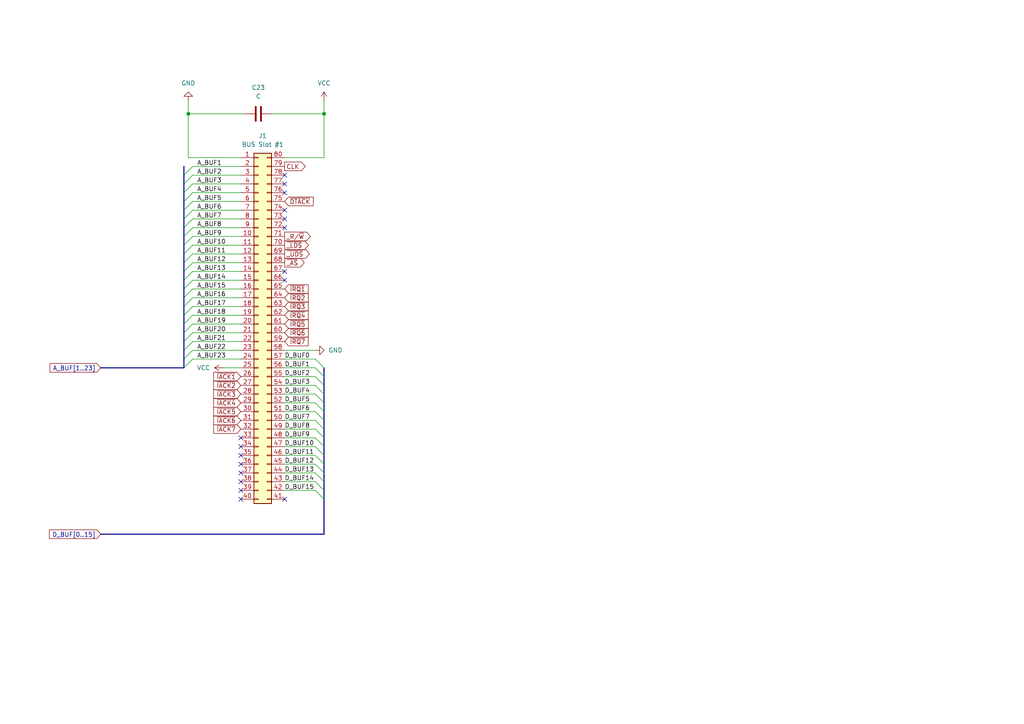
<source format=kicad_sch>
(kicad_sch (version 20230121) (generator eeschema)

  (uuid e216c17e-c95b-4a46-9a68-f2b9383afd06)

  (paper "A4")

  (lib_symbols
    (symbol "Connector_Generic:Conn_02x40_Counter_Clockwise" (pin_names (offset 1.016) hide) (in_bom yes) (on_board yes)
      (property "Reference" "J" (at 1.27 50.8 0)
        (effects (font (size 1.27 1.27)))
      )
      (property "Value" "Conn_02x40_Counter_Clockwise" (at 1.27 -53.34 0)
        (effects (font (size 1.27 1.27)))
      )
      (property "Footprint" "" (at 0 0 0)
        (effects (font (size 1.27 1.27)) hide)
      )
      (property "Datasheet" "~" (at 0 0 0)
        (effects (font (size 1.27 1.27)) hide)
      )
      (property "ki_keywords" "connector" (at 0 0 0)
        (effects (font (size 1.27 1.27)) hide)
      )
      (property "ki_description" "Generic connector, double row, 02x40, counter clockwise pin numbering scheme (similar to DIP package numbering), script generated (kicad-library-utils/schlib/autogen/connector/)" (at 0 0 0)
        (effects (font (size 1.27 1.27)) hide)
      )
      (property "ki_fp_filters" "Connector*:*_2x??_*" (at 0 0 0)
        (effects (font (size 1.27 1.27)) hide)
      )
      (symbol "Conn_02x40_Counter_Clockwise_1_1"
        (rectangle (start -1.27 -50.673) (end 0 -50.927)
          (stroke (width 0.1524) (type default))
          (fill (type none))
        )
        (rectangle (start -1.27 -48.133) (end 0 -48.387)
          (stroke (width 0.1524) (type default))
          (fill (type none))
        )
        (rectangle (start -1.27 -45.593) (end 0 -45.847)
          (stroke (width 0.1524) (type default))
          (fill (type none))
        )
        (rectangle (start -1.27 -43.053) (end 0 -43.307)
          (stroke (width 0.1524) (type default))
          (fill (type none))
        )
        (rectangle (start -1.27 -40.513) (end 0 -40.767)
          (stroke (width 0.1524) (type default))
          (fill (type none))
        )
        (rectangle (start -1.27 -37.973) (end 0 -38.227)
          (stroke (width 0.1524) (type default))
          (fill (type none))
        )
        (rectangle (start -1.27 -35.433) (end 0 -35.687)
          (stroke (width 0.1524) (type default))
          (fill (type none))
        )
        (rectangle (start -1.27 -32.893) (end 0 -33.147)
          (stroke (width 0.1524) (type default))
          (fill (type none))
        )
        (rectangle (start -1.27 -30.353) (end 0 -30.607)
          (stroke (width 0.1524) (type default))
          (fill (type none))
        )
        (rectangle (start -1.27 -27.813) (end 0 -28.067)
          (stroke (width 0.1524) (type default))
          (fill (type none))
        )
        (rectangle (start -1.27 -25.273) (end 0 -25.527)
          (stroke (width 0.1524) (type default))
          (fill (type none))
        )
        (rectangle (start -1.27 -22.733) (end 0 -22.987)
          (stroke (width 0.1524) (type default))
          (fill (type none))
        )
        (rectangle (start -1.27 -20.193) (end 0 -20.447)
          (stroke (width 0.1524) (type default))
          (fill (type none))
        )
        (rectangle (start -1.27 -17.653) (end 0 -17.907)
          (stroke (width 0.1524) (type default))
          (fill (type none))
        )
        (rectangle (start -1.27 -15.113) (end 0 -15.367)
          (stroke (width 0.1524) (type default))
          (fill (type none))
        )
        (rectangle (start -1.27 -12.573) (end 0 -12.827)
          (stroke (width 0.1524) (type default))
          (fill (type none))
        )
        (rectangle (start -1.27 -10.033) (end 0 -10.287)
          (stroke (width 0.1524) (type default))
          (fill (type none))
        )
        (rectangle (start -1.27 -7.493) (end 0 -7.747)
          (stroke (width 0.1524) (type default))
          (fill (type none))
        )
        (rectangle (start -1.27 -4.953) (end 0 -5.207)
          (stroke (width 0.1524) (type default))
          (fill (type none))
        )
        (rectangle (start -1.27 -2.413) (end 0 -2.667)
          (stroke (width 0.1524) (type default))
          (fill (type none))
        )
        (rectangle (start -1.27 0.127) (end 0 -0.127)
          (stroke (width 0.1524) (type default))
          (fill (type none))
        )
        (rectangle (start -1.27 2.667) (end 0 2.413)
          (stroke (width 0.1524) (type default))
          (fill (type none))
        )
        (rectangle (start -1.27 5.207) (end 0 4.953)
          (stroke (width 0.1524) (type default))
          (fill (type none))
        )
        (rectangle (start -1.27 7.747) (end 0 7.493)
          (stroke (width 0.1524) (type default))
          (fill (type none))
        )
        (rectangle (start -1.27 10.287) (end 0 10.033)
          (stroke (width 0.1524) (type default))
          (fill (type none))
        )
        (rectangle (start -1.27 12.827) (end 0 12.573)
          (stroke (width 0.1524) (type default))
          (fill (type none))
        )
        (rectangle (start -1.27 15.367) (end 0 15.113)
          (stroke (width 0.1524) (type default))
          (fill (type none))
        )
        (rectangle (start -1.27 17.907) (end 0 17.653)
          (stroke (width 0.1524) (type default))
          (fill (type none))
        )
        (rectangle (start -1.27 20.447) (end 0 20.193)
          (stroke (width 0.1524) (type default))
          (fill (type none))
        )
        (rectangle (start -1.27 22.987) (end 0 22.733)
          (stroke (width 0.1524) (type default))
          (fill (type none))
        )
        (rectangle (start -1.27 25.527) (end 0 25.273)
          (stroke (width 0.1524) (type default))
          (fill (type none))
        )
        (rectangle (start -1.27 28.067) (end 0 27.813)
          (stroke (width 0.1524) (type default))
          (fill (type none))
        )
        (rectangle (start -1.27 30.607) (end 0 30.353)
          (stroke (width 0.1524) (type default))
          (fill (type none))
        )
        (rectangle (start -1.27 33.147) (end 0 32.893)
          (stroke (width 0.1524) (type default))
          (fill (type none))
        )
        (rectangle (start -1.27 35.687) (end 0 35.433)
          (stroke (width 0.1524) (type default))
          (fill (type none))
        )
        (rectangle (start -1.27 38.227) (end 0 37.973)
          (stroke (width 0.1524) (type default))
          (fill (type none))
        )
        (rectangle (start -1.27 40.767) (end 0 40.513)
          (stroke (width 0.1524) (type default))
          (fill (type none))
        )
        (rectangle (start -1.27 43.307) (end 0 43.053)
          (stroke (width 0.1524) (type default))
          (fill (type none))
        )
        (rectangle (start -1.27 45.847) (end 0 45.593)
          (stroke (width 0.1524) (type default))
          (fill (type none))
        )
        (rectangle (start -1.27 48.387) (end 0 48.133)
          (stroke (width 0.1524) (type default))
          (fill (type none))
        )
        (rectangle (start -1.27 49.53) (end 3.81 -52.07)
          (stroke (width 0.254) (type default))
          (fill (type background))
        )
        (rectangle (start 3.81 -50.673) (end 2.54 -50.927)
          (stroke (width 0.1524) (type default))
          (fill (type none))
        )
        (rectangle (start 3.81 -48.133) (end 2.54 -48.387)
          (stroke (width 0.1524) (type default))
          (fill (type none))
        )
        (rectangle (start 3.81 -45.593) (end 2.54 -45.847)
          (stroke (width 0.1524) (type default))
          (fill (type none))
        )
        (rectangle (start 3.81 -43.053) (end 2.54 -43.307)
          (stroke (width 0.1524) (type default))
          (fill (type none))
        )
        (rectangle (start 3.81 -40.513) (end 2.54 -40.767)
          (stroke (width 0.1524) (type default))
          (fill (type none))
        )
        (rectangle (start 3.81 -37.973) (end 2.54 -38.227)
          (stroke (width 0.1524) (type default))
          (fill (type none))
        )
        (rectangle (start 3.81 -35.433) (end 2.54 -35.687)
          (stroke (width 0.1524) (type default))
          (fill (type none))
        )
        (rectangle (start 3.81 -32.893) (end 2.54 -33.147)
          (stroke (width 0.1524) (type default))
          (fill (type none))
        )
        (rectangle (start 3.81 -30.353) (end 2.54 -30.607)
          (stroke (width 0.1524) (type default))
          (fill (type none))
        )
        (rectangle (start 3.81 -27.813) (end 2.54 -28.067)
          (stroke (width 0.1524) (type default))
          (fill (type none))
        )
        (rectangle (start 3.81 -25.273) (end 2.54 -25.527)
          (stroke (width 0.1524) (type default))
          (fill (type none))
        )
        (rectangle (start 3.81 -22.733) (end 2.54 -22.987)
          (stroke (width 0.1524) (type default))
          (fill (type none))
        )
        (rectangle (start 3.81 -20.193) (end 2.54 -20.447)
          (stroke (width 0.1524) (type default))
          (fill (type none))
        )
        (rectangle (start 3.81 -17.653) (end 2.54 -17.907)
          (stroke (width 0.1524) (type default))
          (fill (type none))
        )
        (rectangle (start 3.81 -15.113) (end 2.54 -15.367)
          (stroke (width 0.1524) (type default))
          (fill (type none))
        )
        (rectangle (start 3.81 -12.573) (end 2.54 -12.827)
          (stroke (width 0.1524) (type default))
          (fill (type none))
        )
        (rectangle (start 3.81 -10.033) (end 2.54 -10.287)
          (stroke (width 0.1524) (type default))
          (fill (type none))
        )
        (rectangle (start 3.81 -7.493) (end 2.54 -7.747)
          (stroke (width 0.1524) (type default))
          (fill (type none))
        )
        (rectangle (start 3.81 -4.953) (end 2.54 -5.207)
          (stroke (width 0.1524) (type default))
          (fill (type none))
        )
        (rectangle (start 3.81 -2.413) (end 2.54 -2.667)
          (stroke (width 0.1524) (type default))
          (fill (type none))
        )
        (rectangle (start 3.81 0.127) (end 2.54 -0.127)
          (stroke (width 0.1524) (type default))
          (fill (type none))
        )
        (rectangle (start 3.81 2.667) (end 2.54 2.413)
          (stroke (width 0.1524) (type default))
          (fill (type none))
        )
        (rectangle (start 3.81 5.207) (end 2.54 4.953)
          (stroke (width 0.1524) (type default))
          (fill (type none))
        )
        (rectangle (start 3.81 7.747) (end 2.54 7.493)
          (stroke (width 0.1524) (type default))
          (fill (type none))
        )
        (rectangle (start 3.81 10.287) (end 2.54 10.033)
          (stroke (width 0.1524) (type default))
          (fill (type none))
        )
        (rectangle (start 3.81 12.827) (end 2.54 12.573)
          (stroke (width 0.1524) (type default))
          (fill (type none))
        )
        (rectangle (start 3.81 15.367) (end 2.54 15.113)
          (stroke (width 0.1524) (type default))
          (fill (type none))
        )
        (rectangle (start 3.81 17.907) (end 2.54 17.653)
          (stroke (width 0.1524) (type default))
          (fill (type none))
        )
        (rectangle (start 3.81 20.447) (end 2.54 20.193)
          (stroke (width 0.1524) (type default))
          (fill (type none))
        )
        (rectangle (start 3.81 22.987) (end 2.54 22.733)
          (stroke (width 0.1524) (type default))
          (fill (type none))
        )
        (rectangle (start 3.81 25.527) (end 2.54 25.273)
          (stroke (width 0.1524) (type default))
          (fill (type none))
        )
        (rectangle (start 3.81 28.067) (end 2.54 27.813)
          (stroke (width 0.1524) (type default))
          (fill (type none))
        )
        (rectangle (start 3.81 30.607) (end 2.54 30.353)
          (stroke (width 0.1524) (type default))
          (fill (type none))
        )
        (rectangle (start 3.81 33.147) (end 2.54 32.893)
          (stroke (width 0.1524) (type default))
          (fill (type none))
        )
        (rectangle (start 3.81 35.687) (end 2.54 35.433)
          (stroke (width 0.1524) (type default))
          (fill (type none))
        )
        (rectangle (start 3.81 38.227) (end 2.54 37.973)
          (stroke (width 0.1524) (type default))
          (fill (type none))
        )
        (rectangle (start 3.81 40.767) (end 2.54 40.513)
          (stroke (width 0.1524) (type default))
          (fill (type none))
        )
        (rectangle (start 3.81 43.307) (end 2.54 43.053)
          (stroke (width 0.1524) (type default))
          (fill (type none))
        )
        (rectangle (start 3.81 45.847) (end 2.54 45.593)
          (stroke (width 0.1524) (type default))
          (fill (type none))
        )
        (rectangle (start 3.81 48.387) (end 2.54 48.133)
          (stroke (width 0.1524) (type default))
          (fill (type none))
        )
        (pin passive line (at -5.08 48.26 0) (length 3.81)
          (name "Pin_1" (effects (font (size 1.27 1.27))))
          (number "1" (effects (font (size 1.27 1.27))))
        )
        (pin passive line (at -5.08 25.4 0) (length 3.81)
          (name "Pin_10" (effects (font (size 1.27 1.27))))
          (number "10" (effects (font (size 1.27 1.27))))
        )
        (pin passive line (at -5.08 22.86 0) (length 3.81)
          (name "Pin_11" (effects (font (size 1.27 1.27))))
          (number "11" (effects (font (size 1.27 1.27))))
        )
        (pin passive line (at -5.08 20.32 0) (length 3.81)
          (name "Pin_12" (effects (font (size 1.27 1.27))))
          (number "12" (effects (font (size 1.27 1.27))))
        )
        (pin passive line (at -5.08 17.78 0) (length 3.81)
          (name "Pin_13" (effects (font (size 1.27 1.27))))
          (number "13" (effects (font (size 1.27 1.27))))
        )
        (pin passive line (at -5.08 15.24 0) (length 3.81)
          (name "Pin_14" (effects (font (size 1.27 1.27))))
          (number "14" (effects (font (size 1.27 1.27))))
        )
        (pin passive line (at -5.08 12.7 0) (length 3.81)
          (name "Pin_15" (effects (font (size 1.27 1.27))))
          (number "15" (effects (font (size 1.27 1.27))))
        )
        (pin passive line (at -5.08 10.16 0) (length 3.81)
          (name "Pin_16" (effects (font (size 1.27 1.27))))
          (number "16" (effects (font (size 1.27 1.27))))
        )
        (pin passive line (at -5.08 7.62 0) (length 3.81)
          (name "Pin_17" (effects (font (size 1.27 1.27))))
          (number "17" (effects (font (size 1.27 1.27))))
        )
        (pin passive line (at -5.08 5.08 0) (length 3.81)
          (name "Pin_18" (effects (font (size 1.27 1.27))))
          (number "18" (effects (font (size 1.27 1.27))))
        )
        (pin passive line (at -5.08 2.54 0) (length 3.81)
          (name "Pin_19" (effects (font (size 1.27 1.27))))
          (number "19" (effects (font (size 1.27 1.27))))
        )
        (pin passive line (at -5.08 45.72 0) (length 3.81)
          (name "Pin_2" (effects (font (size 1.27 1.27))))
          (number "2" (effects (font (size 1.27 1.27))))
        )
        (pin passive line (at -5.08 0 0) (length 3.81)
          (name "Pin_20" (effects (font (size 1.27 1.27))))
          (number "20" (effects (font (size 1.27 1.27))))
        )
        (pin passive line (at -5.08 -2.54 0) (length 3.81)
          (name "Pin_21" (effects (font (size 1.27 1.27))))
          (number "21" (effects (font (size 1.27 1.27))))
        )
        (pin passive line (at -5.08 -5.08 0) (length 3.81)
          (name "Pin_22" (effects (font (size 1.27 1.27))))
          (number "22" (effects (font (size 1.27 1.27))))
        )
        (pin passive line (at -5.08 -7.62 0) (length 3.81)
          (name "Pin_23" (effects (font (size 1.27 1.27))))
          (number "23" (effects (font (size 1.27 1.27))))
        )
        (pin passive line (at -5.08 -10.16 0) (length 3.81)
          (name "Pin_24" (effects (font (size 1.27 1.27))))
          (number "24" (effects (font (size 1.27 1.27))))
        )
        (pin passive line (at -5.08 -12.7 0) (length 3.81)
          (name "Pin_25" (effects (font (size 1.27 1.27))))
          (number "25" (effects (font (size 1.27 1.27))))
        )
        (pin passive line (at -5.08 -15.24 0) (length 3.81)
          (name "Pin_26" (effects (font (size 1.27 1.27))))
          (number "26" (effects (font (size 1.27 1.27))))
        )
        (pin passive line (at -5.08 -17.78 0) (length 3.81)
          (name "Pin_27" (effects (font (size 1.27 1.27))))
          (number "27" (effects (font (size 1.27 1.27))))
        )
        (pin passive line (at -5.08 -20.32 0) (length 3.81)
          (name "Pin_28" (effects (font (size 1.27 1.27))))
          (number "28" (effects (font (size 1.27 1.27))))
        )
        (pin passive line (at -5.08 -22.86 0) (length 3.81)
          (name "Pin_29" (effects (font (size 1.27 1.27))))
          (number "29" (effects (font (size 1.27 1.27))))
        )
        (pin passive line (at -5.08 43.18 0) (length 3.81)
          (name "Pin_3" (effects (font (size 1.27 1.27))))
          (number "3" (effects (font (size 1.27 1.27))))
        )
        (pin passive line (at -5.08 -25.4 0) (length 3.81)
          (name "Pin_30" (effects (font (size 1.27 1.27))))
          (number "30" (effects (font (size 1.27 1.27))))
        )
        (pin passive line (at -5.08 -27.94 0) (length 3.81)
          (name "Pin_31" (effects (font (size 1.27 1.27))))
          (number "31" (effects (font (size 1.27 1.27))))
        )
        (pin passive line (at -5.08 -30.48 0) (length 3.81)
          (name "Pin_32" (effects (font (size 1.27 1.27))))
          (number "32" (effects (font (size 1.27 1.27))))
        )
        (pin passive line (at -5.08 -33.02 0) (length 3.81)
          (name "Pin_33" (effects (font (size 1.27 1.27))))
          (number "33" (effects (font (size 1.27 1.27))))
        )
        (pin passive line (at -5.08 -35.56 0) (length 3.81)
          (name "Pin_34" (effects (font (size 1.27 1.27))))
          (number "34" (effects (font (size 1.27 1.27))))
        )
        (pin passive line (at -5.08 -38.1 0) (length 3.81)
          (name "Pin_35" (effects (font (size 1.27 1.27))))
          (number "35" (effects (font (size 1.27 1.27))))
        )
        (pin passive line (at -5.08 -40.64 0) (length 3.81)
          (name "Pin_36" (effects (font (size 1.27 1.27))))
          (number "36" (effects (font (size 1.27 1.27))))
        )
        (pin passive line (at -5.08 -43.18 0) (length 3.81)
          (name "Pin_37" (effects (font (size 1.27 1.27))))
          (number "37" (effects (font (size 1.27 1.27))))
        )
        (pin passive line (at -5.08 -45.72 0) (length 3.81)
          (name "Pin_38" (effects (font (size 1.27 1.27))))
          (number "38" (effects (font (size 1.27 1.27))))
        )
        (pin passive line (at -5.08 -48.26 0) (length 3.81)
          (name "Pin_39" (effects (font (size 1.27 1.27))))
          (number "39" (effects (font (size 1.27 1.27))))
        )
        (pin passive line (at -5.08 40.64 0) (length 3.81)
          (name "Pin_4" (effects (font (size 1.27 1.27))))
          (number "4" (effects (font (size 1.27 1.27))))
        )
        (pin passive line (at -5.08 -50.8 0) (length 3.81)
          (name "Pin_40" (effects (font (size 1.27 1.27))))
          (number "40" (effects (font (size 1.27 1.27))))
        )
        (pin passive line (at 7.62 -50.8 180) (length 3.81)
          (name "Pin_41" (effects (font (size 1.27 1.27))))
          (number "41" (effects (font (size 1.27 1.27))))
        )
        (pin passive line (at 7.62 -48.26 180) (length 3.81)
          (name "Pin_42" (effects (font (size 1.27 1.27))))
          (number "42" (effects (font (size 1.27 1.27))))
        )
        (pin passive line (at 7.62 -45.72 180) (length 3.81)
          (name "Pin_43" (effects (font (size 1.27 1.27))))
          (number "43" (effects (font (size 1.27 1.27))))
        )
        (pin passive line (at 7.62 -43.18 180) (length 3.81)
          (name "Pin_44" (effects (font (size 1.27 1.27))))
          (number "44" (effects (font (size 1.27 1.27))))
        )
        (pin passive line (at 7.62 -40.64 180) (length 3.81)
          (name "Pin_45" (effects (font (size 1.27 1.27))))
          (number "45" (effects (font (size 1.27 1.27))))
        )
        (pin passive line (at 7.62 -38.1 180) (length 3.81)
          (name "Pin_46" (effects (font (size 1.27 1.27))))
          (number "46" (effects (font (size 1.27 1.27))))
        )
        (pin passive line (at 7.62 -35.56 180) (length 3.81)
          (name "Pin_47" (effects (font (size 1.27 1.27))))
          (number "47" (effects (font (size 1.27 1.27))))
        )
        (pin passive line (at 7.62 -33.02 180) (length 3.81)
          (name "Pin_48" (effects (font (size 1.27 1.27))))
          (number "48" (effects (font (size 1.27 1.27))))
        )
        (pin passive line (at 7.62 -30.48 180) (length 3.81)
          (name "Pin_49" (effects (font (size 1.27 1.27))))
          (number "49" (effects (font (size 1.27 1.27))))
        )
        (pin passive line (at -5.08 38.1 0) (length 3.81)
          (name "Pin_5" (effects (font (size 1.27 1.27))))
          (number "5" (effects (font (size 1.27 1.27))))
        )
        (pin passive line (at 7.62 -27.94 180) (length 3.81)
          (name "Pin_50" (effects (font (size 1.27 1.27))))
          (number "50" (effects (font (size 1.27 1.27))))
        )
        (pin passive line (at 7.62 -25.4 180) (length 3.81)
          (name "Pin_51" (effects (font (size 1.27 1.27))))
          (number "51" (effects (font (size 1.27 1.27))))
        )
        (pin passive line (at 7.62 -22.86 180) (length 3.81)
          (name "Pin_52" (effects (font (size 1.27 1.27))))
          (number "52" (effects (font (size 1.27 1.27))))
        )
        (pin passive line (at 7.62 -20.32 180) (length 3.81)
          (name "Pin_53" (effects (font (size 1.27 1.27))))
          (number "53" (effects (font (size 1.27 1.27))))
        )
        (pin passive line (at 7.62 -17.78 180) (length 3.81)
          (name "Pin_54" (effects (font (size 1.27 1.27))))
          (number "54" (effects (font (size 1.27 1.27))))
        )
        (pin passive line (at 7.62 -15.24 180) (length 3.81)
          (name "Pin_55" (effects (font (size 1.27 1.27))))
          (number "55" (effects (font (size 1.27 1.27))))
        )
        (pin passive line (at 7.62 -12.7 180) (length 3.81)
          (name "Pin_56" (effects (font (size 1.27 1.27))))
          (number "56" (effects (font (size 1.27 1.27))))
        )
        (pin passive line (at 7.62 -10.16 180) (length 3.81)
          (name "Pin_57" (effects (font (size 1.27 1.27))))
          (number "57" (effects (font (size 1.27 1.27))))
        )
        (pin passive line (at 7.62 -7.62 180) (length 3.81)
          (name "Pin_58" (effects (font (size 1.27 1.27))))
          (number "58" (effects (font (size 1.27 1.27))))
        )
        (pin passive line (at 7.62 -5.08 180) (length 3.81)
          (name "Pin_59" (effects (font (size 1.27 1.27))))
          (number "59" (effects (font (size 1.27 1.27))))
        )
        (pin passive line (at -5.08 35.56 0) (length 3.81)
          (name "Pin_6" (effects (font (size 1.27 1.27))))
          (number "6" (effects (font (size 1.27 1.27))))
        )
        (pin passive line (at 7.62 -2.54 180) (length 3.81)
          (name "Pin_60" (effects (font (size 1.27 1.27))))
          (number "60" (effects (font (size 1.27 1.27))))
        )
        (pin passive line (at 7.62 0 180) (length 3.81)
          (name "Pin_61" (effects (font (size 1.27 1.27))))
          (number "61" (effects (font (size 1.27 1.27))))
        )
        (pin passive line (at 7.62 2.54 180) (length 3.81)
          (name "Pin_62" (effects (font (size 1.27 1.27))))
          (number "62" (effects (font (size 1.27 1.27))))
        )
        (pin passive line (at 7.62 5.08 180) (length 3.81)
          (name "Pin_63" (effects (font (size 1.27 1.27))))
          (number "63" (effects (font (size 1.27 1.27))))
        )
        (pin passive line (at 7.62 7.62 180) (length 3.81)
          (name "Pin_64" (effects (font (size 1.27 1.27))))
          (number "64" (effects (font (size 1.27 1.27))))
        )
        (pin passive line (at 7.62 10.16 180) (length 3.81)
          (name "Pin_65" (effects (font (size 1.27 1.27))))
          (number "65" (effects (font (size 1.27 1.27))))
        )
        (pin passive line (at 7.62 12.7 180) (length 3.81)
          (name "Pin_66" (effects (font (size 1.27 1.27))))
          (number "66" (effects (font (size 1.27 1.27))))
        )
        (pin passive line (at 7.62 15.24 180) (length 3.81)
          (name "Pin_67" (effects (font (size 1.27 1.27))))
          (number "67" (effects (font (size 1.27 1.27))))
        )
        (pin passive line (at 7.62 17.78 180) (length 3.81)
          (name "Pin_68" (effects (font (size 1.27 1.27))))
          (number "68" (effects (font (size 1.27 1.27))))
        )
        (pin passive line (at 7.62 20.32 180) (length 3.81)
          (name "Pin_69" (effects (font (size 1.27 1.27))))
          (number "69" (effects (font (size 1.27 1.27))))
        )
        (pin passive line (at -5.08 33.02 0) (length 3.81)
          (name "Pin_7" (effects (font (size 1.27 1.27))))
          (number "7" (effects (font (size 1.27 1.27))))
        )
        (pin passive line (at 7.62 22.86 180) (length 3.81)
          (name "Pin_70" (effects (font (size 1.27 1.27))))
          (number "70" (effects (font (size 1.27 1.27))))
        )
        (pin passive line (at 7.62 25.4 180) (length 3.81)
          (name "Pin_71" (effects (font (size 1.27 1.27))))
          (number "71" (effects (font (size 1.27 1.27))))
        )
        (pin passive line (at 7.62 27.94 180) (length 3.81)
          (name "Pin_72" (effects (font (size 1.27 1.27))))
          (number "72" (effects (font (size 1.27 1.27))))
        )
        (pin passive line (at 7.62 30.48 180) (length 3.81)
          (name "Pin_73" (effects (font (size 1.27 1.27))))
          (number "73" (effects (font (size 1.27 1.27))))
        )
        (pin passive line (at 7.62 33.02 180) (length 3.81)
          (name "Pin_74" (effects (font (size 1.27 1.27))))
          (number "74" (effects (font (size 1.27 1.27))))
        )
        (pin passive line (at 7.62 35.56 180) (length 3.81)
          (name "Pin_75" (effects (font (size 1.27 1.27))))
          (number "75" (effects (font (size 1.27 1.27))))
        )
        (pin passive line (at 7.62 38.1 180) (length 3.81)
          (name "Pin_76" (effects (font (size 1.27 1.27))))
          (number "76" (effects (font (size 1.27 1.27))))
        )
        (pin passive line (at 7.62 40.64 180) (length 3.81)
          (name "Pin_77" (effects (font (size 1.27 1.27))))
          (number "77" (effects (font (size 1.27 1.27))))
        )
        (pin passive line (at 7.62 43.18 180) (length 3.81)
          (name "Pin_78" (effects (font (size 1.27 1.27))))
          (number "78" (effects (font (size 1.27 1.27))))
        )
        (pin passive line (at 7.62 45.72 180) (length 3.81)
          (name "Pin_79" (effects (font (size 1.27 1.27))))
          (number "79" (effects (font (size 1.27 1.27))))
        )
        (pin passive line (at -5.08 30.48 0) (length 3.81)
          (name "Pin_8" (effects (font (size 1.27 1.27))))
          (number "8" (effects (font (size 1.27 1.27))))
        )
        (pin passive line (at 7.62 48.26 180) (length 3.81)
          (name "Pin_80" (effects (font (size 1.27 1.27))))
          (number "80" (effects (font (size 1.27 1.27))))
        )
        (pin passive line (at -5.08 27.94 0) (length 3.81)
          (name "Pin_9" (effects (font (size 1.27 1.27))))
          (number "9" (effects (font (size 1.27 1.27))))
        )
      )
    )
    (symbol "Device:C" (pin_numbers hide) (pin_names (offset 0.254)) (in_bom yes) (on_board yes)
      (property "Reference" "C" (at 0.635 2.54 0)
        (effects (font (size 1.27 1.27)) (justify left))
      )
      (property "Value" "C" (at 0.635 -2.54 0)
        (effects (font (size 1.27 1.27)) (justify left))
      )
      (property "Footprint" "" (at 0.9652 -3.81 0)
        (effects (font (size 1.27 1.27)) hide)
      )
      (property "Datasheet" "~" (at 0 0 0)
        (effects (font (size 1.27 1.27)) hide)
      )
      (property "ki_keywords" "cap capacitor" (at 0 0 0)
        (effects (font (size 1.27 1.27)) hide)
      )
      (property "ki_description" "Unpolarized capacitor" (at 0 0 0)
        (effects (font (size 1.27 1.27)) hide)
      )
      (property "ki_fp_filters" "C_*" (at 0 0 0)
        (effects (font (size 1.27 1.27)) hide)
      )
      (symbol "C_0_1"
        (polyline
          (pts
            (xy -2.032 -0.762)
            (xy 2.032 -0.762)
          )
          (stroke (width 0.508) (type default))
          (fill (type none))
        )
        (polyline
          (pts
            (xy -2.032 0.762)
            (xy 2.032 0.762)
          )
          (stroke (width 0.508) (type default))
          (fill (type none))
        )
      )
      (symbol "C_1_1"
        (pin passive line (at 0 3.81 270) (length 2.794)
          (name "~" (effects (font (size 1.27 1.27))))
          (number "1" (effects (font (size 1.27 1.27))))
        )
        (pin passive line (at 0 -3.81 90) (length 2.794)
          (name "~" (effects (font (size 1.27 1.27))))
          (number "2" (effects (font (size 1.27 1.27))))
        )
      )
    )
    (symbol "power:GND" (power) (pin_names (offset 0)) (in_bom yes) (on_board yes)
      (property "Reference" "#PWR" (at 0 -6.35 0)
        (effects (font (size 1.27 1.27)) hide)
      )
      (property "Value" "GND" (at 0 -3.81 0)
        (effects (font (size 1.27 1.27)))
      )
      (property "Footprint" "" (at 0 0 0)
        (effects (font (size 1.27 1.27)) hide)
      )
      (property "Datasheet" "" (at 0 0 0)
        (effects (font (size 1.27 1.27)) hide)
      )
      (property "ki_keywords" "global power" (at 0 0 0)
        (effects (font (size 1.27 1.27)) hide)
      )
      (property "ki_description" "Power symbol creates a global label with name \"GND\" , ground" (at 0 0 0)
        (effects (font (size 1.27 1.27)) hide)
      )
      (symbol "GND_0_1"
        (polyline
          (pts
            (xy 0 0)
            (xy 0 -1.27)
            (xy 1.27 -1.27)
            (xy 0 -2.54)
            (xy -1.27 -1.27)
            (xy 0 -1.27)
          )
          (stroke (width 0) (type default))
          (fill (type none))
        )
      )
      (symbol "GND_1_1"
        (pin power_in line (at 0 0 270) (length 0) hide
          (name "GND" (effects (font (size 1.27 1.27))))
          (number "1" (effects (font (size 1.27 1.27))))
        )
      )
    )
    (symbol "power:VCC" (power) (pin_names (offset 0)) (in_bom yes) (on_board yes)
      (property "Reference" "#PWR" (at 0 -3.81 0)
        (effects (font (size 1.27 1.27)) hide)
      )
      (property "Value" "VCC" (at 0 3.81 0)
        (effects (font (size 1.27 1.27)))
      )
      (property "Footprint" "" (at 0 0 0)
        (effects (font (size 1.27 1.27)) hide)
      )
      (property "Datasheet" "" (at 0 0 0)
        (effects (font (size 1.27 1.27)) hide)
      )
      (property "ki_keywords" "global power" (at 0 0 0)
        (effects (font (size 1.27 1.27)) hide)
      )
      (property "ki_description" "Power symbol creates a global label with name \"VCC\"" (at 0 0 0)
        (effects (font (size 1.27 1.27)) hide)
      )
      (symbol "VCC_0_1"
        (polyline
          (pts
            (xy -0.762 1.27)
            (xy 0 2.54)
          )
          (stroke (width 0) (type default))
          (fill (type none))
        )
        (polyline
          (pts
            (xy 0 0)
            (xy 0 2.54)
          )
          (stroke (width 0) (type default))
          (fill (type none))
        )
        (polyline
          (pts
            (xy 0 2.54)
            (xy 0.762 1.27)
          )
          (stroke (width 0) (type default))
          (fill (type none))
        )
      )
      (symbol "VCC_1_1"
        (pin power_in line (at 0 0 90) (length 0) hide
          (name "VCC" (effects (font (size 1.27 1.27))))
          (number "1" (effects (font (size 1.27 1.27))))
        )
      )
    )
  )

  (junction (at 54.61 33.02) (diameter 0) (color 0 0 0 0)
    (uuid 5ff83ffa-233c-457a-9e54-0de0e15fcb7d)
  )
  (junction (at 93.98 33.02) (diameter 0) (color 0 0 0 0)
    (uuid c44aae4c-dd47-4129-802e-58c0e177147f)
  )

  (no_connect (at 69.85 137.16) (uuid 063f8994-18f6-48a4-a501-6700aba0ae74))
  (no_connect (at 82.55 66.04) (uuid 1b58151c-875b-462d-9f3d-ec8bd96debed))
  (no_connect (at 82.55 63.5) (uuid 237ed713-2bf7-4774-a999-2ddede4d8f4d))
  (no_connect (at 69.85 132.08) (uuid 32f71a2a-0673-42c6-b09f-293fce0d623d))
  (no_connect (at 82.55 81.28) (uuid 3e9034fb-dd1e-489c-8504-5aaf1c399643))
  (no_connect (at 69.85 139.7) (uuid 431f027e-c29e-4924-b218-39f838298ccb))
  (no_connect (at 69.85 127) (uuid 4de74d37-1afd-4c1f-99c6-b42f7f674b19))
  (no_connect (at 82.55 60.96) (uuid 4e8c551d-c249-42fa-93bb-fa0179588bbe))
  (no_connect (at 69.85 144.78) (uuid 5a9ec068-858e-4486-abd9-70ebe9c6544c))
  (no_connect (at 69.85 134.62) (uuid 76f81e4b-77ed-4fba-977c-918ba4a1b04f))
  (no_connect (at 82.55 144.78) (uuid 814c068e-e3ee-4203-a02e-6fc90faebabb))
  (no_connect (at 69.85 129.54) (uuid 911e8feb-f545-41e2-9bff-88ed1a02c3c5))
  (no_connect (at 82.55 53.34) (uuid a2b62e15-0048-4aed-81ed-2e85e33393fd))
  (no_connect (at 82.55 50.8) (uuid bb0a76d5-56c1-4adb-beeb-81bb525df337))
  (no_connect (at 69.85 142.24) (uuid bff56aaf-ded6-42b6-b20c-0fd39af4cfbb))
  (no_connect (at 82.55 78.74) (uuid c6579e22-5969-423c-8f0a-a5a006b88bbd))
  (no_connect (at 82.55 55.88) (uuid f98d9b28-d372-4b96-971d-904462aeab23))

  (bus_entry (at 53.34 53.34) (size 2.54 -2.54)
    (stroke (width 0) (type default))
    (uuid 0df53e59-8e3f-4ae6-9828-a152804c0915)
  )
  (bus_entry (at 53.34 71.12) (size 2.54 -2.54)
    (stroke (width 0) (type default))
    (uuid 109002de-0a7a-4c6a-9a3e-b5c27fdd25b3)
  )
  (bus_entry (at 93.98 116.84) (size -2.54 -2.54)
    (stroke (width 0) (type default))
    (uuid 1aa4a838-f3a0-4b76-925f-241c4b9681f0)
  )
  (bus_entry (at 53.34 76.2) (size 2.54 -2.54)
    (stroke (width 0) (type default))
    (uuid 2090663c-d015-49fe-ad8b-cbee32f86ba7)
  )
  (bus_entry (at 93.98 142.24) (size -2.54 -2.54)
    (stroke (width 0) (type default))
    (uuid 22789dbf-744d-4b34-9346-7b9f83bde761)
  )
  (bus_entry (at 93.98 114.3) (size -2.54 -2.54)
    (stroke (width 0) (type default))
    (uuid 253d17cd-d85c-4776-973d-b13b328fa4d4)
  )
  (bus_entry (at 93.98 119.38) (size -2.54 -2.54)
    (stroke (width 0) (type default))
    (uuid 307cb7d4-e10f-4a8b-a3d0-cf684f515993)
  )
  (bus_entry (at 93.98 134.62) (size -2.54 -2.54)
    (stroke (width 0) (type default))
    (uuid 32e85626-5396-42da-a82e-dd928488c020)
  )
  (bus_entry (at 53.34 86.36) (size 2.54 -2.54)
    (stroke (width 0) (type default))
    (uuid 39b85cd4-dddf-410f-9d92-b46617c3f71a)
  )
  (bus_entry (at 53.34 104.14) (size 2.54 -2.54)
    (stroke (width 0) (type default))
    (uuid 42769c9a-d057-42da-9ae6-6ab511bd1018)
  )
  (bus_entry (at 93.98 127) (size -2.54 -2.54)
    (stroke (width 0) (type default))
    (uuid 4485129f-c6ce-40ab-8094-d13c49e21733)
  )
  (bus_entry (at 93.98 132.08) (size -2.54 -2.54)
    (stroke (width 0) (type default))
    (uuid 4ed47584-a9c6-490d-88cb-5e1776a373e7)
  )
  (bus_entry (at 53.34 93.98) (size 2.54 -2.54)
    (stroke (width 0) (type default))
    (uuid 55dc8aed-6d5d-4fde-94b3-199e9cc37a54)
  )
  (bus_entry (at 53.34 60.96) (size 2.54 -2.54)
    (stroke (width 0) (type default))
    (uuid 5797fc3d-9ee2-4522-88c7-2bc182471387)
  )
  (bus_entry (at 53.34 88.9) (size 2.54 -2.54)
    (stroke (width 0) (type default))
    (uuid 5ac28ec7-3bbf-4811-b319-9e72debafe32)
  )
  (bus_entry (at 93.98 109.22) (size -2.54 -2.54)
    (stroke (width 0) (type default))
    (uuid 5ea919c1-a5b4-4c0a-a088-0510593ace88)
  )
  (bus_entry (at 93.98 121.92) (size -2.54 -2.54)
    (stroke (width 0) (type default))
    (uuid 6eddf9d7-6eeb-48eb-b256-5ec22d2efe56)
  )
  (bus_entry (at 93.98 124.46) (size -2.54 -2.54)
    (stroke (width 0) (type default))
    (uuid 73a7d496-d8b4-4a7f-acda-8ab217e8e8bf)
  )
  (bus_entry (at 53.34 78.74) (size 2.54 -2.54)
    (stroke (width 0) (type default))
    (uuid 767cea88-5d83-4551-8d19-0d6a38726c42)
  )
  (bus_entry (at 53.34 99.06) (size 2.54 -2.54)
    (stroke (width 0) (type default))
    (uuid 7b94a609-85e6-4c24-b3b9-2f74649b7a15)
  )
  (bus_entry (at 53.34 106.68) (size 2.54 -2.54)
    (stroke (width 0) (type default))
    (uuid 871138dd-76b9-41ca-97ee-ce6ff4e20e92)
  )
  (bus_entry (at 93.98 111.76) (size -2.54 -2.54)
    (stroke (width 0) (type default))
    (uuid 8817d30e-a6d3-44b2-8a82-149e42969e3f)
  )
  (bus_entry (at 53.34 83.82) (size 2.54 -2.54)
    (stroke (width 0) (type default))
    (uuid 8c473bb1-0a49-49f2-ae95-625eb6f8ce5b)
  )
  (bus_entry (at 53.34 55.88) (size 2.54 -2.54)
    (stroke (width 0) (type default))
    (uuid 8e0f86fb-0b70-42aa-89dc-3b884ce31905)
  )
  (bus_entry (at 93.98 144.78) (size -2.54 -2.54)
    (stroke (width 0) (type default))
    (uuid 94a32244-fb63-4ae0-848e-5b013c87c065)
  )
  (bus_entry (at 53.34 58.42) (size 2.54 -2.54)
    (stroke (width 0) (type default))
    (uuid 98b11901-2490-45cf-988d-1fb46b4505cd)
  )
  (bus_entry (at 53.34 101.6) (size 2.54 -2.54)
    (stroke (width 0) (type default))
    (uuid 9a2318f2-aeb9-45b0-9dee-c1586b521ce3)
  )
  (bus_entry (at 53.34 50.8) (size 2.54 -2.54)
    (stroke (width 0) (type default))
    (uuid a5b09060-5f71-4162-81ae-8d69351a5d6d)
  )
  (bus_entry (at 53.34 73.66) (size 2.54 -2.54)
    (stroke (width 0) (type default))
    (uuid a9239b06-ad67-419d-8516-4072f72c429a)
  )
  (bus_entry (at 93.98 139.7) (size -2.54 -2.54)
    (stroke (width 0) (type default))
    (uuid aac94ba5-0c75-48e1-a90c-159becd13997)
  )
  (bus_entry (at 53.34 81.28) (size 2.54 -2.54)
    (stroke (width 0) (type default))
    (uuid b9c2662c-27a1-4d0f-8b7e-1cf154178588)
  )
  (bus_entry (at 93.98 106.68) (size -2.54 -2.54)
    (stroke (width 0) (type default))
    (uuid beb35c33-ac4e-4bb8-b84f-4e4dcf882a1e)
  )
  (bus_entry (at 53.34 91.44) (size 2.54 -2.54)
    (stroke (width 0) (type default))
    (uuid c2ac4c38-45c5-43d9-9470-f6bcbc1ad78c)
  )
  (bus_entry (at 93.98 137.16) (size -2.54 -2.54)
    (stroke (width 0) (type default))
    (uuid c8f43c19-3b77-42aa-9e5c-9fbe2688a340)
  )
  (bus_entry (at 93.98 129.54) (size -2.54 -2.54)
    (stroke (width 0) (type default))
    (uuid c922a443-f67a-46a3-818f-f75014912afb)
  )
  (bus_entry (at 53.34 63.5) (size 2.54 -2.54)
    (stroke (width 0) (type default))
    (uuid c9275639-5f6d-4077-87fa-ebb68eb640c1)
  )
  (bus_entry (at 53.34 68.58) (size 2.54 -2.54)
    (stroke (width 0) (type default))
    (uuid d278716e-9866-4ed0-b595-a49fbd43f1bb)
  )
  (bus_entry (at 53.34 66.04) (size 2.54 -2.54)
    (stroke (width 0) (type default))
    (uuid d3794ac0-ecf9-4879-83a1-c851076ec352)
  )
  (bus_entry (at 53.34 96.52) (size 2.54 -2.54)
    (stroke (width 0) (type default))
    (uuid f8bd722e-2b1a-46af-983c-6440e43d9390)
  )

  (wire (pts (xy 55.88 53.34) (xy 69.85 53.34))
    (stroke (width 0) (type default))
    (uuid 0006a55b-720d-4ddc-9bf2-f6174960086b)
  )
  (wire (pts (xy 55.88 78.74) (xy 69.85 78.74))
    (stroke (width 0) (type default))
    (uuid 002c6313-a79e-41bf-843e-e6932f9cdf3f)
  )
  (bus (pts (xy 93.98 111.76) (xy 93.98 114.3))
    (stroke (width 0) (type default))
    (uuid 049e45b5-ff2a-47ca-8c25-5a020462e5fe)
  )

  (wire (pts (xy 54.61 29.21) (xy 54.61 33.02))
    (stroke (width 0) (type default))
    (uuid 05b482a6-d908-4d70-802a-66fc40436762)
  )
  (bus (pts (xy 93.98 144.78) (xy 93.98 154.94))
    (stroke (width 0) (type default))
    (uuid 073b59f3-308d-4098-9a16-99ba7953d6b9)
  )

  (wire (pts (xy 55.88 60.96) (xy 69.85 60.96))
    (stroke (width 0) (type default))
    (uuid 08116815-fe94-4072-a2a8-ac21db1bc590)
  )
  (bus (pts (xy 93.98 132.08) (xy 93.98 134.62))
    (stroke (width 0) (type default))
    (uuid 0aebb3e9-3a41-4e05-8fb4-98e50ad6fdd8)
  )

  (wire (pts (xy 55.88 88.9) (xy 69.85 88.9))
    (stroke (width 0) (type default))
    (uuid 0ea5ad2e-d859-40df-9d19-96209ea7bc84)
  )
  (bus (pts (xy 53.34 58.42) (xy 53.34 60.96))
    (stroke (width 0) (type default))
    (uuid 1680afbc-0df4-47be-9420-2da2e33d3725)
  )

  (wire (pts (xy 78.74 33.02) (xy 93.98 33.02))
    (stroke (width 0) (type default))
    (uuid 181b8f2c-911d-47c7-aa6a-9f60767cd88e)
  )
  (bus (pts (xy 53.34 83.82) (xy 53.34 86.36))
    (stroke (width 0) (type default))
    (uuid 1af913ba-6ab5-4f1d-95a8-4ae2aa3fbe64)
  )
  (bus (pts (xy 53.34 76.2) (xy 53.34 78.74))
    (stroke (width 0) (type default))
    (uuid 1fdcbbe9-cacf-491d-9fe6-f9b631983779)
  )

  (wire (pts (xy 82.55 127) (xy 91.44 127))
    (stroke (width 0) (type default))
    (uuid 207b0928-6df7-4a8e-8c0f-ac448fb35525)
  )
  (bus (pts (xy 93.98 137.16) (xy 93.98 139.7))
    (stroke (width 0) (type default))
    (uuid 22825774-3104-4752-8e5a-e1a6cc2c859a)
  )

  (wire (pts (xy 55.88 93.98) (xy 69.85 93.98))
    (stroke (width 0) (type default))
    (uuid 248abb1c-8039-4cbd-af18-b2e00c863a0e)
  )
  (wire (pts (xy 82.55 111.76) (xy 91.44 111.76))
    (stroke (width 0) (type default))
    (uuid 260457c3-0408-44e2-8757-7efdb8e73c17)
  )
  (bus (pts (xy 93.98 134.62) (xy 93.98 137.16))
    (stroke (width 0) (type default))
    (uuid 27495d2b-00ed-4f91-a1b0-4db07a2fb359)
  )
  (bus (pts (xy 53.34 78.74) (xy 53.34 81.28))
    (stroke (width 0) (type default))
    (uuid 276d4909-6c12-44e9-bd3b-95927a12c9ad)
  )

  (wire (pts (xy 82.55 116.84) (xy 91.44 116.84))
    (stroke (width 0) (type default))
    (uuid 29d45af2-f090-4eb0-8ffc-639464fa61bc)
  )
  (bus (pts (xy 53.34 91.44) (xy 53.34 93.98))
    (stroke (width 0) (type default))
    (uuid 2d388e51-4cb1-4cc4-abb0-5494970b90f9)
  )
  (bus (pts (xy 93.98 127) (xy 93.98 129.54))
    (stroke (width 0) (type default))
    (uuid 2deb403d-4a54-4169-ac67-15ba966f6714)
  )

  (wire (pts (xy 55.88 68.58) (xy 69.85 68.58))
    (stroke (width 0) (type default))
    (uuid 3014ec98-c420-4057-b050-f2ee32b40ed3)
  )
  (wire (pts (xy 54.61 33.02) (xy 54.61 45.72))
    (stroke (width 0) (type default))
    (uuid 33bae245-32e4-4b25-9b41-68bc909eedf2)
  )
  (wire (pts (xy 82.55 104.14) (xy 91.44 104.14))
    (stroke (width 0) (type default))
    (uuid 3525bca6-1d59-4acc-94e2-9adee770be4b)
  )
  (wire (pts (xy 82.55 142.24) (xy 91.44 142.24))
    (stroke (width 0) (type default))
    (uuid 375d64a6-546b-400c-804e-1824cb49649e)
  )
  (wire (pts (xy 55.88 81.28) (xy 69.85 81.28))
    (stroke (width 0) (type default))
    (uuid 37e9f36e-6c6d-4caf-9200-cc22902f44df)
  )
  (bus (pts (xy 53.34 50.8) (xy 53.34 53.34))
    (stroke (width 0) (type default))
    (uuid 3bf1d5cf-ce8e-4460-a55d-3c090fe20c2c)
  )
  (bus (pts (xy 93.98 109.22) (xy 93.98 111.76))
    (stroke (width 0) (type default))
    (uuid 3d050f89-d15e-48ff-b1b8-4216b718834d)
  )

  (wire (pts (xy 93.98 29.21) (xy 93.98 33.02))
    (stroke (width 0) (type default))
    (uuid 42c0f492-6d3c-4edd-86af-fb99ce8e846f)
  )
  (wire (pts (xy 82.55 119.38) (xy 91.44 119.38))
    (stroke (width 0) (type default))
    (uuid 4396c62a-4e28-4256-a871-54ba2421e197)
  )
  (bus (pts (xy 53.34 53.34) (xy 53.34 55.88))
    (stroke (width 0) (type default))
    (uuid 44653834-1328-4049-96b8-a1c307a712e4)
  )

  (wire (pts (xy 55.88 101.6) (xy 69.85 101.6))
    (stroke (width 0) (type default))
    (uuid 44ac9274-f99e-4632-890f-86664c2b6285)
  )
  (wire (pts (xy 55.88 58.42) (xy 69.85 58.42))
    (stroke (width 0) (type default))
    (uuid 47df55d5-daf5-4e65-b979-4914f0dfdfb8)
  )
  (wire (pts (xy 82.55 134.62) (xy 91.44 134.62))
    (stroke (width 0) (type default))
    (uuid 484d8155-6823-4b18-953d-a5f76ff051d2)
  )
  (bus (pts (xy 53.34 71.12) (xy 53.34 73.66))
    (stroke (width 0) (type default))
    (uuid 544b8371-0697-4bdc-a592-fbe6075041f0)
  )

  (wire (pts (xy 82.55 129.54) (xy 91.44 129.54))
    (stroke (width 0) (type default))
    (uuid 5bf60d1d-377e-4a04-92d2-78d07c1c2c05)
  )
  (wire (pts (xy 82.55 132.08) (xy 91.44 132.08))
    (stroke (width 0) (type default))
    (uuid 5cbbfde5-599f-4f0c-bb19-f943dbaf1add)
  )
  (bus (pts (xy 53.34 48.26) (xy 53.34 50.8))
    (stroke (width 0) (type default))
    (uuid 6024ec7f-dcaa-42eb-890d-092fb714180d)
  )
  (bus (pts (xy 53.34 104.14) (xy 53.34 106.68))
    (stroke (width 0) (type default))
    (uuid 613bcf23-51ff-42df-bd04-6ed14ef0c1ea)
  )
  (bus (pts (xy 53.34 60.96) (xy 53.34 63.5))
    (stroke (width 0) (type default))
    (uuid 615f54cf-242f-4dfd-992d-520a4501c767)
  )
  (bus (pts (xy 53.34 99.06) (xy 53.34 101.6))
    (stroke (width 0) (type default))
    (uuid 66c6230b-c074-4669-a3a7-8d2787d30806)
  )
  (bus (pts (xy 53.34 66.04) (xy 53.34 68.58))
    (stroke (width 0) (type default))
    (uuid 6a8d22d8-f2ad-45bd-a1f4-d40d77badb00)
  )
  (bus (pts (xy 93.98 116.84) (xy 93.98 119.38))
    (stroke (width 0) (type default))
    (uuid 6ae76389-0946-45fe-b67d-93489db5a9ca)
  )
  (bus (pts (xy 53.34 86.36) (xy 53.34 88.9))
    (stroke (width 0) (type default))
    (uuid 6e36d0e5-979f-48c1-b9f5-93ad8af42537)
  )

  (wire (pts (xy 82.55 101.6) (xy 91.44 101.6))
    (stroke (width 0) (type default))
    (uuid 7d2ea92c-135c-43b1-a9d6-4c856f198b1f)
  )
  (wire (pts (xy 93.98 33.02) (xy 93.98 45.72))
    (stroke (width 0) (type default))
    (uuid 7f0758f3-ac2e-4a90-a571-9a4c1c16b2b0)
  )
  (wire (pts (xy 82.55 106.68) (xy 91.44 106.68))
    (stroke (width 0) (type default))
    (uuid 7f2d14f0-4956-4ab5-81c3-4f432e998f4f)
  )
  (wire (pts (xy 54.61 45.72) (xy 69.85 45.72))
    (stroke (width 0) (type default))
    (uuid 81b94cd9-817e-4744-b13f-a4144336316f)
  )
  (bus (pts (xy 93.98 124.46) (xy 93.98 127))
    (stroke (width 0) (type default))
    (uuid 8339ea62-9435-454c-9ee3-bd574ead6893)
  )
  (bus (pts (xy 93.98 121.92) (xy 93.98 124.46))
    (stroke (width 0) (type default))
    (uuid 879f55c0-840c-4d8e-b718-95e0f9595336)
  )

  (wire (pts (xy 55.88 99.06) (xy 69.85 99.06))
    (stroke (width 0) (type default))
    (uuid 8c6334b3-c25e-4acf-a8c7-7d4e78187425)
  )
  (wire (pts (xy 55.88 48.26) (xy 69.85 48.26))
    (stroke (width 0) (type default))
    (uuid 8eedfe0f-1ecb-484f-a40a-b978dac1b890)
  )
  (wire (pts (xy 55.88 86.36) (xy 69.85 86.36))
    (stroke (width 0) (type default))
    (uuid 9064fa30-898a-4191-8ef1-f451c506439d)
  )
  (bus (pts (xy 93.98 129.54) (xy 93.98 132.08))
    (stroke (width 0) (type default))
    (uuid 93e0c0c1-976a-4ebe-be7b-dac7d3120c02)
  )

  (wire (pts (xy 55.88 91.44) (xy 69.85 91.44))
    (stroke (width 0) (type default))
    (uuid 941c98e6-0889-461e-b3d0-575f0fd935cb)
  )
  (wire (pts (xy 55.88 50.8) (xy 69.85 50.8))
    (stroke (width 0) (type default))
    (uuid 973479eb-dd00-4e0d-9e82-ec313b934785)
  )
  (wire (pts (xy 82.55 137.16) (xy 91.44 137.16))
    (stroke (width 0) (type default))
    (uuid 9b5cc0d1-2773-40f3-a3a2-a6ea3e9814a8)
  )
  (bus (pts (xy 93.98 114.3) (xy 93.98 116.84))
    (stroke (width 0) (type default))
    (uuid 9de06622-647a-4e76-95a8-8f46531a27d5)
  )

  (wire (pts (xy 55.88 104.14) (xy 69.85 104.14))
    (stroke (width 0) (type default))
    (uuid 9f96ac3a-758b-4bef-b52d-659658c328d1)
  )
  (wire (pts (xy 55.88 73.66) (xy 69.85 73.66))
    (stroke (width 0) (type default))
    (uuid a4afcab8-a0b0-4bb0-9988-7cc838592695)
  )
  (wire (pts (xy 55.88 66.04) (xy 69.85 66.04))
    (stroke (width 0) (type default))
    (uuid a75d0cd6-5083-4f2a-b8c8-1c33c94bae14)
  )
  (wire (pts (xy 82.55 121.92) (xy 91.44 121.92))
    (stroke (width 0) (type default))
    (uuid a942594d-7318-45e6-8112-825666b6fb20)
  )
  (wire (pts (xy 82.55 124.46) (xy 91.44 124.46))
    (stroke (width 0) (type default))
    (uuid ab2e88ec-dae3-4f24-bc1b-a408236cb499)
  )
  (bus (pts (xy 53.34 88.9) (xy 53.34 91.44))
    (stroke (width 0) (type default))
    (uuid b23159e4-ba79-445b-8836-b15d5e40442d)
  )

  (wire (pts (xy 93.98 45.72) (xy 82.55 45.72))
    (stroke (width 0) (type default))
    (uuid b3241b74-fe7c-41c0-8707-9203dec03c34)
  )
  (wire (pts (xy 55.88 71.12) (xy 69.85 71.12))
    (stroke (width 0) (type default))
    (uuid b7142df9-c065-4467-8107-5f7b88461c6c)
  )
  (bus (pts (xy 93.98 119.38) (xy 93.98 121.92))
    (stroke (width 0) (type default))
    (uuid b955b1c6-eadf-4880-9d4f-d32fa7dc74bc)
  )
  (bus (pts (xy 53.34 93.98) (xy 53.34 96.52))
    (stroke (width 0) (type default))
    (uuid c2175c97-0630-4963-8893-6e61d12e2190)
  )
  (bus (pts (xy 93.98 139.7) (xy 93.98 142.24))
    (stroke (width 0) (type default))
    (uuid c3022e6a-ea45-4b0c-9726-2ffa7ff47b52)
  )

  (wire (pts (xy 82.55 109.22) (xy 91.44 109.22))
    (stroke (width 0) (type default))
    (uuid c3195ec5-1b8f-43f5-a6bc-a8fed6605dae)
  )
  (wire (pts (xy 55.88 55.88) (xy 69.85 55.88))
    (stroke (width 0) (type default))
    (uuid d08d8d09-fd5a-456d-8652-266f75ad313e)
  )
  (bus (pts (xy 93.98 106.68) (xy 93.98 109.22))
    (stroke (width 0) (type default))
    (uuid d2a2bbfb-da9e-475f-89c2-fb378bcf600c)
  )

  (wire (pts (xy 64.77 106.68) (xy 69.85 106.68))
    (stroke (width 0) (type default))
    (uuid d3beaf02-77b4-4f25-94d0-03cef4185ef9)
  )
  (bus (pts (xy 53.34 96.52) (xy 53.34 99.06))
    (stroke (width 0) (type default))
    (uuid d3e0c6cf-3fd2-467b-b035-41f7ef40f93c)
  )

  (wire (pts (xy 55.88 96.52) (xy 69.85 96.52))
    (stroke (width 0) (type default))
    (uuid d59da624-0752-42f7-8e73-42ab62932173)
  )
  (bus (pts (xy 53.34 81.28) (xy 53.34 83.82))
    (stroke (width 0) (type default))
    (uuid d6281456-6d7f-4a3f-8625-77faef6eea09)
  )
  (bus (pts (xy 53.34 68.58) (xy 53.34 71.12))
    (stroke (width 0) (type default))
    (uuid d7db00e8-4c4f-4791-944f-bc41bbaf5ed5)
  )
  (bus (pts (xy 53.34 73.66) (xy 53.34 76.2))
    (stroke (width 0) (type default))
    (uuid d8c36964-89a8-48c4-a420-3bd49d2546b7)
  )
  (bus (pts (xy 93.98 154.94) (xy 29.21 154.94))
    (stroke (width 0) (type default))
    (uuid da677cd4-30b0-4c54-af68-c78513043472)
  )

  (wire (pts (xy 82.55 139.7) (xy 91.44 139.7))
    (stroke (width 0) (type default))
    (uuid dc41efa2-982c-4848-afb0-265a46d3169e)
  )
  (bus (pts (xy 53.34 63.5) (xy 53.34 66.04))
    (stroke (width 0) (type default))
    (uuid de220c65-68c6-49aa-9b7e-3afbca4c242d)
  )

  (wire (pts (xy 55.88 63.5) (xy 69.85 63.5))
    (stroke (width 0) (type default))
    (uuid de6495da-3679-4a5d-9a0b-fd0e35f75eac)
  )
  (bus (pts (xy 93.98 142.24) (xy 93.98 144.78))
    (stroke (width 0) (type default))
    (uuid dee99541-6339-439f-a205-08f92c4744a6)
  )
  (bus (pts (xy 53.34 55.88) (xy 53.34 58.42))
    (stroke (width 0) (type default))
    (uuid e1fa30d8-5e3c-4172-b03c-9d10a0eae797)
  )

  (wire (pts (xy 55.88 83.82) (xy 69.85 83.82))
    (stroke (width 0) (type default))
    (uuid f15277b3-5970-44dd-b93f-87a58b72549e)
  )
  (bus (pts (xy 29.21 106.68) (xy 53.34 106.68))
    (stroke (width 0) (type default))
    (uuid f7d280c6-dbfa-428b-88f9-341735e4fa8c)
  )
  (bus (pts (xy 53.34 101.6) (xy 53.34 104.14))
    (stroke (width 0) (type default))
    (uuid f86b0b43-73ca-4c84-a14e-63303866636a)
  )

  (wire (pts (xy 55.88 76.2) (xy 69.85 76.2))
    (stroke (width 0) (type default))
    (uuid f8c13240-4faf-425f-a66f-3ca03885baaa)
  )
  (wire (pts (xy 82.55 114.3) (xy 91.44 114.3))
    (stroke (width 0) (type default))
    (uuid fa01de19-ab63-4bab-86b2-70699f0f7e4b)
  )
  (wire (pts (xy 71.12 33.02) (xy 54.61 33.02))
    (stroke (width 0) (type default))
    (uuid fa7a8910-bad3-4316-b348-d7cfc6eb5899)
  )

  (label "A_BUF3" (at 57.15 53.34 0) (fields_autoplaced)
    (effects (font (size 1.27 1.27)) (justify left bottom))
    (uuid 004e76d3-2a2f-45bd-a147-28cd328f47ac)
  )
  (label "A_BUF10" (at 57.15 71.12 0) (fields_autoplaced)
    (effects (font (size 1.27 1.27)) (justify left bottom))
    (uuid 02a6a6d7-092b-4eea-9b83-0581cec84ca6)
  )
  (label "D_BUF12" (at 82.55 134.62 0) (fields_autoplaced)
    (effects (font (size 1.27 1.27)) (justify left bottom))
    (uuid 068602a8-2ea6-4562-ad63-af236f0bfd0a)
  )
  (label "A_BUF18" (at 57.15 91.44 0) (fields_autoplaced)
    (effects (font (size 1.27 1.27)) (justify left bottom))
    (uuid 0eacf11d-d96d-4377-98bb-696552d32071)
  )
  (label "A_BUF6" (at 57.15 60.96 0) (fields_autoplaced)
    (effects (font (size 1.27 1.27)) (justify left bottom))
    (uuid 1228ae28-3ca5-4f8c-9814-8e20af19aeb5)
  )
  (label "D_BUF10" (at 82.55 129.54 0) (fields_autoplaced)
    (effects (font (size 1.27 1.27)) (justify left bottom))
    (uuid 123db9c5-418e-4908-b2db-6cfeffaa8cfa)
  )
  (label "A_BUF9" (at 57.15 68.58 0) (fields_autoplaced)
    (effects (font (size 1.27 1.27)) (justify left bottom))
    (uuid 18584b52-fbd9-4c5b-9645-d851ea4260c8)
  )
  (label "D_BUF3" (at 82.55 111.76 0) (fields_autoplaced)
    (effects (font (size 1.27 1.27)) (justify left bottom))
    (uuid 18c63c77-8cef-4ad9-ae14-d537c93db1f6)
  )
  (label "A_BUF17" (at 57.15 88.9 0) (fields_autoplaced)
    (effects (font (size 1.27 1.27)) (justify left bottom))
    (uuid 1ffbb538-f748-4ee5-b3e3-528ea99d0b7b)
  )
  (label "A_BUF11" (at 57.15 73.66 0) (fields_autoplaced)
    (effects (font (size 1.27 1.27)) (justify left bottom))
    (uuid 28d21394-1565-432c-9a6e-a5cb8d46fb82)
  )
  (label "D_BUF7" (at 82.55 121.92 0) (fields_autoplaced)
    (effects (font (size 1.27 1.27)) (justify left bottom))
    (uuid 2950c38f-fca8-4699-8df6-3b0338011ab3)
  )
  (label "D_BUF5" (at 82.55 116.84 0) (fields_autoplaced)
    (effects (font (size 1.27 1.27)) (justify left bottom))
    (uuid 2c8a5064-7945-42d2-9282-350a0f8b8d86)
  )
  (label "D_BUF8" (at 82.55 124.46 0) (fields_autoplaced)
    (effects (font (size 1.27 1.27)) (justify left bottom))
    (uuid 3263dd2f-2c63-4b85-8505-ad4d36565f07)
  )
  (label "A_BUF15" (at 57.15 83.82 0) (fields_autoplaced)
    (effects (font (size 1.27 1.27)) (justify left bottom))
    (uuid 49e1be00-8546-4ba0-8e57-0be436538528)
  )
  (label "A_BUF20" (at 57.15 96.52 0) (fields_autoplaced)
    (effects (font (size 1.27 1.27)) (justify left bottom))
    (uuid 4e0189c1-1bfa-4337-84d7-d6a0779e87a7)
  )
  (label "A_BUF12" (at 57.15 76.2 0) (fields_autoplaced)
    (effects (font (size 1.27 1.27)) (justify left bottom))
    (uuid 4f28b7b0-5795-4e01-85be-c2f7ae5a2272)
  )
  (label "D_BUF0" (at 82.55 104.14 0) (fields_autoplaced)
    (effects (font (size 1.27 1.27)) (justify left bottom))
    (uuid 50836426-f7de-4c65-bc14-337fe2ef00be)
  )
  (label "D_BUF9" (at 82.55 127 0) (fields_autoplaced)
    (effects (font (size 1.27 1.27)) (justify left bottom))
    (uuid 59ef2441-0c1a-4570-81d6-b2fc15832174)
  )
  (label "A_BUF13" (at 57.15 78.74 0) (fields_autoplaced)
    (effects (font (size 1.27 1.27)) (justify left bottom))
    (uuid 666c3d3c-6bae-411f-a356-68c2818503d9)
  )
  (label "A_BUF4" (at 57.15 55.88 0) (fields_autoplaced)
    (effects (font (size 1.27 1.27)) (justify left bottom))
    (uuid 66c02b94-ace4-46ef-aa86-8fb54795dc8e)
  )
  (label "A_BUF16" (at 57.15 86.36 0) (fields_autoplaced)
    (effects (font (size 1.27 1.27)) (justify left bottom))
    (uuid 68086ef7-2889-48a0-a196-f4226821f1dd)
  )
  (label "D_BUF15" (at 82.55 142.24 0) (fields_autoplaced)
    (effects (font (size 1.27 1.27)) (justify left bottom))
    (uuid 6a030264-6a16-46b5-ab8c-c9b384fdd417)
  )
  (label "A_BUF23" (at 57.15 104.14 0) (fields_autoplaced)
    (effects (font (size 1.27 1.27)) (justify left bottom))
    (uuid 6cca433c-079b-47d1-8169-8f6038f952f4)
  )
  (label "A_BUF1" (at 57.15 48.26 0) (fields_autoplaced)
    (effects (font (size 1.27 1.27)) (justify left bottom))
    (uuid 6cec464e-dce0-4093-b00d-63807bc6cd35)
  )
  (label "A_BUF8" (at 57.15 66.04 0) (fields_autoplaced)
    (effects (font (size 1.27 1.27)) (justify left bottom))
    (uuid 72e50c66-d0af-4416-8e64-bab9db2b6115)
  )
  (label "A_BUF21" (at 57.15 99.06 0) (fields_autoplaced)
    (effects (font (size 1.27 1.27)) (justify left bottom))
    (uuid 84e2a23a-9ab5-4415-8723-527a13554f3c)
  )
  (label "A_BUF14" (at 57.15 81.28 0) (fields_autoplaced)
    (effects (font (size 1.27 1.27)) (justify left bottom))
    (uuid 8ec5fb44-d9b9-40e4-b5e5-e4a753c69309)
  )
  (label "D_BUF6" (at 82.55 119.38 0) (fields_autoplaced)
    (effects (font (size 1.27 1.27)) (justify left bottom))
    (uuid 8ff4a303-dd10-4a67-806c-c4f2ec2d1d1c)
  )
  (label "A_BUF2" (at 57.15 50.8 0) (fields_autoplaced)
    (effects (font (size 1.27 1.27)) (justify left bottom))
    (uuid 97f1f7a3-fc39-43cb-8ffb-4834d070042a)
  )
  (label "A_BUF5" (at 57.15 58.42 0) (fields_autoplaced)
    (effects (font (size 1.27 1.27)) (justify left bottom))
    (uuid 98238374-542c-49a4-9545-a0467c3c42aa)
  )
  (label "D_BUF1" (at 82.55 106.68 0) (fields_autoplaced)
    (effects (font (size 1.27 1.27)) (justify left bottom))
    (uuid a49a3b67-24fc-4629-a92d-a01a0015b2d8)
  )
  (label "D_BUF13" (at 82.55 137.16 0) (fields_autoplaced)
    (effects (font (size 1.27 1.27)) (justify left bottom))
    (uuid adb5a1af-81b1-47f6-96b8-2cca6b21c882)
  )
  (label "A_BUF22" (at 57.15 101.6 0) (fields_autoplaced)
    (effects (font (size 1.27 1.27)) (justify left bottom))
    (uuid be236a7e-29a0-42aa-8b3f-69bbc2f8bbd4)
  )
  (label "D_BUF2" (at 82.55 109.22 0) (fields_autoplaced)
    (effects (font (size 1.27 1.27)) (justify left bottom))
    (uuid c8fd5b20-5183-4230-a464-2e9e2a9dc1a4)
  )
  (label "A_BUF19" (at 57.15 93.98 0) (fields_autoplaced)
    (effects (font (size 1.27 1.27)) (justify left bottom))
    (uuid d0e4e2a3-e7c8-4a11-ab15-4a2593dbb956)
  )
  (label "A_BUF7" (at 57.15 63.5 0) (fields_autoplaced)
    (effects (font (size 1.27 1.27)) (justify left bottom))
    (uuid d5d0e95a-1223-41a8-9da4-f4652670eec7)
  )
  (label "D_BUF11" (at 82.55 132.08 0) (fields_autoplaced)
    (effects (font (size 1.27 1.27)) (justify left bottom))
    (uuid e6e7bf35-ce94-40f4-b96d-86d8d2765141)
  )
  (label "D_BUF4" (at 82.55 114.3 0) (fields_autoplaced)
    (effects (font (size 1.27 1.27)) (justify left bottom))
    (uuid f3b780fe-5f91-432d-82ea-21f5b243680e)
  )
  (label "D_BUF14" (at 82.55 139.7 0) (fields_autoplaced)
    (effects (font (size 1.27 1.27)) (justify left bottom))
    (uuid f751a826-28fe-4570-b03f-96746894ea9a)
  )

  (global_label "A_BUF[1..23]" (shape input) (at 29.21 106.68 180) (fields_autoplaced)
    (effects (font (size 1.27 1.27)) (justify right))
    (uuid 0ea73ddd-5f6c-47c1-b665-16cf1247d19f)
    (property "Intersheetrefs" "${INTERSHEET_REFS}" (at 14.0274 106.68 0)
      (effects (font (size 1.27 1.27)) (justify right) hide)
    )
  )
  (global_label "D_BUF[0..15]" (shape input) (at 29.21 154.94 180) (fields_autoplaced)
    (effects (font (size 1.27 1.27)) (justify right))
    (uuid 1fe12c2b-376a-4ec8-9146-074610ee07b6)
    (property "Intersheetrefs" "${INTERSHEET_REFS}" (at 13.846 154.94 0)
      (effects (font (size 1.27 1.27)) (justify right) hide)
    )
  )
  (global_label "~{IRQ1}" (shape input) (at 82.55 83.82 0) (fields_autoplaced)
    (effects (font (size 1.27 1.27)) (justify left))
    (uuid 2f7eaf7f-d58f-4606-97bf-1338d5b89f1f)
    (property "Intersheetrefs" "${INTERSHEET_REFS}" (at 89.8706 83.82 0)
      (effects (font (size 1.27 1.27)) (justify left) hide)
    )
  )
  (global_label "~{IRQ5}" (shape input) (at 82.55 93.98 0) (fields_autoplaced)
    (effects (font (size 1.27 1.27)) (justify left))
    (uuid 32a2a29d-edc1-4831-b95e-117304279868)
    (property "Intersheetrefs" "${INTERSHEET_REFS}" (at 89.8706 93.98 0)
      (effects (font (size 1.27 1.27)) (justify left) hide)
    )
  )
  (global_label "~{IRQ3}" (shape input) (at 82.55 88.9 0) (fields_autoplaced)
    (effects (font (size 1.27 1.27)) (justify left))
    (uuid 434edbea-b9a7-43ca-8b07-70f611f0c804)
    (property "Intersheetrefs" "${INTERSHEET_REFS}" (at 89.8706 88.9 0)
      (effects (font (size 1.27 1.27)) (justify left) hide)
    )
  )
  (global_label "~{IACK4}" (shape input) (at 69.85 116.84 180) (fields_autoplaced)
    (effects (font (size 1.27 1.27)) (justify right))
    (uuid 47363b68-28f0-4317-be29-d8dc9c5de141)
    (property "Intersheetrefs" "${INTERSHEET_REFS}" (at 61.5013 116.84 0)
      (effects (font (size 1.27 1.27)) (justify right) hide)
    )
  )
  (global_label "~{IRQ2}" (shape input) (at 82.55 86.36 0) (fields_autoplaced)
    (effects (font (size 1.27 1.27)) (justify left))
    (uuid 4be4dc83-e273-4261-a18c-edf46714ea31)
    (property "Intersheetrefs" "${INTERSHEET_REFS}" (at 89.8706 86.36 0)
      (effects (font (size 1.27 1.27)) (justify left) hide)
    )
  )
  (global_label "~{IRQ7}" (shape input) (at 82.55 99.06 0) (fields_autoplaced)
    (effects (font (size 1.27 1.27)) (justify left))
    (uuid 57823596-e7b0-468a-8ecb-2683bd100f34)
    (property "Intersheetrefs" "${INTERSHEET_REFS}" (at 89.8706 99.06 0)
      (effects (font (size 1.27 1.27)) (justify left) hide)
    )
  )
  (global_label "~{IACK1}" (shape input) (at 69.85 109.22 180) (fields_autoplaced)
    (effects (font (size 1.27 1.27)) (justify right))
    (uuid 646f3ce1-6564-4940-9890-77d65b270407)
    (property "Intersheetrefs" "${INTERSHEET_REFS}" (at 61.5013 109.22 0)
      (effects (font (size 1.27 1.27)) (justify right) hide)
    )
  )
  (global_label "~{IACK5}" (shape input) (at 69.85 119.38 180) (fields_autoplaced)
    (effects (font (size 1.27 1.27)) (justify right))
    (uuid 7234f213-ceee-493e-b6e9-c5db0ae8d691)
    (property "Intersheetrefs" "${INTERSHEET_REFS}" (at 61.5013 119.38 0)
      (effects (font (size 1.27 1.27)) (justify right) hide)
    )
  )
  (global_label "~{IACK3}" (shape input) (at 69.85 114.3 180) (fields_autoplaced)
    (effects (font (size 1.27 1.27)) (justify right))
    (uuid 72a4811c-4ef3-4143-a921-145e39709cef)
    (property "Intersheetrefs" "${INTERSHEET_REFS}" (at 61.5013 114.3 0)
      (effects (font (size 1.27 1.27)) (justify right) hide)
    )
  )
  (global_label "~{DTACK}" (shape input) (at 82.55 58.42 0) (fields_autoplaced)
    (effects (font (size 1.27 1.27)) (justify left))
    (uuid 79a0ec3f-5651-489e-8df2-ab1ccda4da2f)
    (property "Intersheetrefs" "${INTERSHEET_REFS}" (at 91.322 58.42 0)
      (effects (font (size 1.27 1.27)) (justify left) hide)
    )
  )
  (global_label "~{_AS}" (shape output) (at 82.55 76.2 0) (fields_autoplaced)
    (effects (font (size 1.27 1.27)) (justify left))
    (uuid 81f032c8-1042-4f4e-a28d-6d01d900276e)
    (property "Intersheetrefs" "${INTERSHEET_REFS}" (at 88.7215 76.2 0)
      (effects (font (size 1.27 1.27)) (justify left) hide)
    )
  )
  (global_label "CLK" (shape output) (at 82.55 48.26 0) (fields_autoplaced)
    (effects (font (size 1.27 1.27)) (justify left))
    (uuid 91a18948-fadc-471b-809c-186329d5df63)
    (property "Intersheetrefs" "${INTERSHEET_REFS}" (at 89.0239 48.26 0)
      (effects (font (size 1.27 1.27)) (justify left) hide)
    )
  )
  (global_label "~{IACK7}" (shape input) (at 69.85 124.46 180) (fields_autoplaced)
    (effects (font (size 1.27 1.27)) (justify right))
    (uuid 97089c1d-9295-4d43-81cc-ceed5b04afd2)
    (property "Intersheetrefs" "${INTERSHEET_REFS}" (at 61.5013 124.46 0)
      (effects (font (size 1.27 1.27)) (justify right) hide)
    )
  )
  (global_label "~{IRQ4}" (shape input) (at 82.55 91.44 0) (fields_autoplaced)
    (effects (font (size 1.27 1.27)) (justify left))
    (uuid a7163a64-2a2e-4f51-8cb0-23e9c739281d)
    (property "Intersheetrefs" "${INTERSHEET_REFS}" (at 89.8706 91.44 0)
      (effects (font (size 1.27 1.27)) (justify left) hide)
    )
  )
  (global_label "~{IACK6}" (shape input) (at 69.85 121.92 180) (fields_autoplaced)
    (effects (font (size 1.27 1.27)) (justify right))
    (uuid c6d6f1f9-b398-4104-96f3-7a6d67f880d7)
    (property "Intersheetrefs" "${INTERSHEET_REFS}" (at 61.5013 121.92 0)
      (effects (font (size 1.27 1.27)) (justify right) hide)
    )
  )
  (global_label "~{IACK2}" (shape input) (at 69.85 111.76 180) (fields_autoplaced)
    (effects (font (size 1.27 1.27)) (justify right))
    (uuid c7cb9386-cc41-4802-afe9-825a83ba6e63)
    (property "Intersheetrefs" "${INTERSHEET_REFS}" (at 61.5013 111.76 0)
      (effects (font (size 1.27 1.27)) (justify right) hide)
    )
  )
  (global_label "_R{slash}~{W}" (shape output) (at 82.55 68.58 0) (fields_autoplaced)
    (effects (font (size 1.27 1.27)) (justify left))
    (uuid ce27e7a1-be88-476c-a7ba-c2cb66838d19)
    (property "Intersheetrefs" "${INTERSHEET_REFS}" (at 90.4753 68.58 0)
      (effects (font (size 1.27 1.27)) (justify left) hide)
    )
  )
  (global_label "~{IRQ6}" (shape input) (at 82.55 96.52 0) (fields_autoplaced)
    (effects (font (size 1.27 1.27)) (justify left))
    (uuid dca882b7-47aa-4f9d-bb46-e5ea365cfbb2)
    (property "Intersheetrefs" "${INTERSHEET_REFS}" (at 89.8706 96.52 0)
      (effects (font (size 1.27 1.27)) (justify left) hide)
    )
  )
  (global_label "~{_UDS}" (shape output) (at 82.55 73.66 0) (fields_autoplaced)
    (effects (font (size 1.27 1.27)) (justify left))
    (uuid e78532fb-f2cb-4cfa-97d9-da6d3dd5d17f)
    (property "Intersheetrefs" "${INTERSHEET_REFS}" (at 90.2334 73.66 0)
      (effects (font (size 1.27 1.27)) (justify left) hide)
    )
  )
  (global_label "~{_LDS}" (shape output) (at 82.55 71.12 0) (fields_autoplaced)
    (effects (font (size 1.27 1.27)) (justify left))
    (uuid ee4c4b55-8410-4a13-8bbf-0501734f2be0)
    (property "Intersheetrefs" "${INTERSHEET_REFS}" (at 89.931 71.12 0)
      (effects (font (size 1.27 1.27)) (justify left) hide)
    )
  )

  (symbol (lib_id "power:GND") (at 54.61 29.21 180) (unit 1)
    (in_bom yes) (on_board yes) (dnp no) (fields_autoplaced)
    (uuid 101666e0-6c03-460c-a444-3985d4ae34a7)
    (property "Reference" "#PWR035" (at 54.61 22.86 0)
      (effects (font (size 1.27 1.27)) hide)
    )
    (property "Value" "GND" (at 54.61 24.13 0)
      (effects (font (size 1.27 1.27)))
    )
    (property "Footprint" "" (at 54.61 29.21 0)
      (effects (font (size 1.27 1.27)) hide)
    )
    (property "Datasheet" "" (at 54.61 29.21 0)
      (effects (font (size 1.27 1.27)) hide)
    )
    (pin "1" (uuid be651712-287b-467a-aa6c-34ac139b5da6))
    (instances
      (project "mb68k"
        (path "/e63e39d7-6ac0-4ffd-8aa3-1841a4541b55/6c955f8d-27cd-4aef-8df3-4a7f3323692c"
          (reference "#PWR035") (unit 1)
        )
      )
    )
  )

  (symbol (lib_id "Connector_Generic:Conn_02x40_Counter_Clockwise") (at 74.93 93.98 0) (unit 1)
    (in_bom yes) (on_board yes) (dnp no) (fields_autoplaced)
    (uuid 1bd3426c-b6d2-43fb-a2c0-8126b2a1953f)
    (property "Reference" "J1" (at 76.2 39.37 0)
      (effects (font (size 1.27 1.27)))
    )
    (property "Value" "BUS Slot #1" (at 76.2 41.91 0)
      (effects (font (size 1.27 1.27)))
    )
    (property "Footprint" "" (at 74.93 93.98 0)
      (effects (font (size 1.27 1.27)) hide)
    )
    (property "Datasheet" "~" (at 74.93 93.98 0)
      (effects (font (size 1.27 1.27)) hide)
    )
    (pin "1" (uuid f8250354-0134-4b54-ac2a-37d29cee44a3))
    (pin "10" (uuid 6155a1ea-8f06-4784-ac5b-1f8142a27058))
    (pin "11" (uuid 3f63071b-35a2-444e-8949-af96e9fe5cab))
    (pin "12" (uuid ee2f320b-8230-48b6-b613-146e615d796b))
    (pin "13" (uuid d12e49fe-e514-4d70-9224-bd48114d103f))
    (pin "14" (uuid 34e51d50-acb4-4813-a727-a299815ce871))
    (pin "15" (uuid fffc2258-0e81-4a71-a628-0caf770a7c90))
    (pin "16" (uuid 8d6fedf6-e364-46e1-9204-ad76a450b8a6))
    (pin "17" (uuid a03f977d-71e9-4fa4-8ce4-b892e936cb50))
    (pin "18" (uuid 25c986cc-4342-420a-8877-b01b0bfaa543))
    (pin "19" (uuid f6401357-2436-4088-8260-f33a38053ea0))
    (pin "2" (uuid 09f6e508-49e8-4a1d-8513-55c8529c10ae))
    (pin "20" (uuid 7d6e42cb-41cc-4fba-9da9-365cbd4766e5))
    (pin "21" (uuid 7611ff65-f094-4fe5-9748-4958dcb0e7a8))
    (pin "22" (uuid d3830b9e-40a2-496c-b251-e2c6f2a7988c))
    (pin "23" (uuid eee585b0-d633-4600-ac8d-76f62b6bd2bc))
    (pin "24" (uuid d5df48af-92bd-4b51-bc7f-4b0701b745f8))
    (pin "25" (uuid bb51e66c-84c1-44bd-872b-da242205d369))
    (pin "26" (uuid 16852c49-e34d-4e55-b113-74dcb42ff280))
    (pin "27" (uuid 63c0d37b-faec-4c1c-86c4-83ab45eb2e91))
    (pin "28" (uuid cb5c4f6f-ae07-4755-ab6c-9a7e3a97c326))
    (pin "29" (uuid e5ff7a74-3be0-4a6e-831b-3ac06b9bb7a4))
    (pin "3" (uuid 93bb9045-d860-4589-9658-1245799f439d))
    (pin "30" (uuid 73e3c3a6-c230-450c-8a0c-1310dfa16338))
    (pin "31" (uuid 8639faeb-a9ea-4b31-ae32-5cb36d389cb1))
    (pin "32" (uuid a6c795a8-d340-444d-815a-dc4e3264e40f))
    (pin "33" (uuid 3e187328-aed6-4c97-859d-cc8e80e8866a))
    (pin "34" (uuid cef082d5-f983-43bd-9719-3c370a0857ae))
    (pin "35" (uuid 00ae17be-b608-4167-b30c-1867d9a6f50c))
    (pin "36" (uuid 1bf3ce9b-02a0-45f0-bcdc-6d33a4d3b163))
    (pin "37" (uuid 5c453c25-76e6-444e-b421-b75549934c55))
    (pin "38" (uuid a0ddc231-acff-4bee-b0df-d0a196c71e66))
    (pin "39" (uuid bff2f512-4fb3-4659-8d93-3b3e0fefd27a))
    (pin "4" (uuid 10c94550-5d4e-4212-8fbf-5ceb1f363331))
    (pin "40" (uuid e468fff5-2910-4098-a24e-d0789234271a))
    (pin "41" (uuid 65c755c8-1ace-46a5-8542-a7f9340e8621))
    (pin "42" (uuid ea97d28d-5c39-4730-a775-97deefc3801b))
    (pin "43" (uuid 517c2baf-8508-49ca-bf18-9af404e7e4f1))
    (pin "44" (uuid 9e82688b-dfcf-4c5c-8cb6-101853a4556e))
    (pin "45" (uuid 9e002fa0-21fc-4f8a-a231-6c9e5fca5486))
    (pin "46" (uuid 771db9b4-73a5-4319-88fe-1ddfa859ae0f))
    (pin "47" (uuid e2540af5-3b63-484e-b118-515639e84cf8))
    (pin "48" (uuid 6270e2fb-b687-4d9f-9ba5-5554ea3695ec))
    (pin "49" (uuid 736d54cf-97a7-4855-aeaa-9d3b61f2ef3a))
    (pin "5" (uuid 58f11c6b-5b72-4916-96b7-87afef46e8b7))
    (pin "50" (uuid 3b55998e-f759-4cf8-b31e-026f096a3a4f))
    (pin "51" (uuid 6956d8d6-52e8-4a8f-85a0-a37bd84a7b47))
    (pin "52" (uuid 5e76795b-3c5f-41f4-a897-be2b67300af2))
    (pin "53" (uuid 99d492ea-3e0c-4fc9-9739-7931ce097e07))
    (pin "54" (uuid 5ecc1eef-a035-41f3-aaa5-3b8e0576a1a7))
    (pin "55" (uuid 44d488d3-9d0d-4485-be02-054161681428))
    (pin "56" (uuid 4869d005-3e89-4a26-96eb-5cc4c57a8550))
    (pin "57" (uuid 0913bebe-8df5-4be4-bc8c-1af84b30a4ed))
    (pin "58" (uuid db0c760c-e56f-4ecd-9965-b6fefad905f9))
    (pin "59" (uuid 9fd515e0-6599-4d81-a4a7-a34a65557567))
    (pin "6" (uuid f2dbe5c9-e475-406c-9e0d-aab894ddbb28))
    (pin "60" (uuid 85a2ebff-fa24-4925-8537-c009a567d494))
    (pin "61" (uuid 436ebe57-5ce6-479b-af1b-ddb867f00f98))
    (pin "62" (uuid 5de407ed-debb-460b-afd0-89750d48d0ef))
    (pin "63" (uuid 6d2e74cc-0c58-4d03-ae2e-fadd61861277))
    (pin "64" (uuid 524c220b-9d8c-431d-936a-b94b94828d59))
    (pin "65" (uuid 8ba60818-0a90-44e0-872e-7684011177c9))
    (pin "66" (uuid b20e58c6-3f95-4c89-b102-443c3b8440af))
    (pin "67" (uuid f8934f94-5ddc-434c-9db7-870d50621a5b))
    (pin "68" (uuid 5d1a8bab-fa57-4e83-abff-26cf5d218eec))
    (pin "69" (uuid 058ebd8c-eb29-4032-b9fe-15ef5164f917))
    (pin "7" (uuid aa0f5e88-336a-40af-9eef-2f69e1702a95))
    (pin "70" (uuid 6c35afbe-b618-4e2e-ab6b-d786d70be7f8))
    (pin "71" (uuid 56975f31-5a00-430a-978c-b5ebc94d57ea))
    (pin "72" (uuid cad1078d-882f-42a6-b7be-320f43e4e132))
    (pin "73" (uuid 099babc4-2eec-4def-891b-84fa22cc1ef4))
    (pin "74" (uuid 4c29772e-02d9-475a-83da-64c030102f5f))
    (pin "75" (uuid 9457fe26-d7cf-407b-8c0c-065f2df63ac7))
    (pin "76" (uuid 3c4f61a2-54cc-4793-b545-c6a2dfe7dcb9))
    (pin "77" (uuid ccd3e92a-1ac9-4c44-8c2b-aedae71b6080))
    (pin "78" (uuid 2f63bc5f-11ca-43b5-bf3d-c4c667aa96ec))
    (pin "79" (uuid 6d1d19cf-ebb1-4aa7-b274-b9274f657646))
    (pin "8" (uuid 3d61ec5e-6261-4a48-a256-1f7fab948aa7))
    (pin "80" (uuid 3bf3eb4e-3777-40fb-867a-ec661b56198a))
    (pin "9" (uuid e4af9398-7ccc-4825-a4e0-7fb9b71000ff))
    (instances
      (project "mb68k"
        (path "/e63e39d7-6ac0-4ffd-8aa3-1841a4541b55/6c955f8d-27cd-4aef-8df3-4a7f3323692c"
          (reference "J1") (unit 1)
        )
      )
    )
  )

  (symbol (lib_id "power:VCC") (at 64.77 106.68 90) (unit 1)
    (in_bom yes) (on_board yes) (dnp no) (fields_autoplaced)
    (uuid 4cd501c7-fa0d-4868-befe-479f0e3b6646)
    (property "Reference" "#PWR036" (at 68.58 106.68 0)
      (effects (font (size 1.27 1.27)) hide)
    )
    (property "Value" "VCC" (at 60.96 106.68 90)
      (effects (font (size 1.27 1.27)) (justify left))
    )
    (property "Footprint" "" (at 64.77 106.68 0)
      (effects (font (size 1.27 1.27)) hide)
    )
    (property "Datasheet" "" (at 64.77 106.68 0)
      (effects (font (size 1.27 1.27)) hide)
    )
    (pin "1" (uuid e1493e1d-19e8-4834-bc95-cf0b0cf27052))
    (instances
      (project "mb68k"
        (path "/e63e39d7-6ac0-4ffd-8aa3-1841a4541b55/6c955f8d-27cd-4aef-8df3-4a7f3323692c"
          (reference "#PWR036") (unit 1)
        )
      )
    )
  )

  (symbol (lib_id "power:GND") (at 91.44 101.6 90) (unit 1)
    (in_bom yes) (on_board yes) (dnp no) (fields_autoplaced)
    (uuid 89d77fdd-253a-4064-810a-cd062ada430d)
    (property "Reference" "#PWR037" (at 97.79 101.6 0)
      (effects (font (size 1.27 1.27)) hide)
    )
    (property "Value" "GND" (at 95.25 101.6 90)
      (effects (font (size 1.27 1.27)) (justify right))
    )
    (property "Footprint" "" (at 91.44 101.6 0)
      (effects (font (size 1.27 1.27)) hide)
    )
    (property "Datasheet" "" (at 91.44 101.6 0)
      (effects (font (size 1.27 1.27)) hide)
    )
    (pin "1" (uuid e820ddfd-2417-4d62-92c4-cf161ff28905))
    (instances
      (project "mb68k"
        (path "/e63e39d7-6ac0-4ffd-8aa3-1841a4541b55/6c955f8d-27cd-4aef-8df3-4a7f3323692c"
          (reference "#PWR037") (unit 1)
        )
      )
    )
  )

  (symbol (lib_id "Device:C") (at 74.93 33.02 90) (unit 1)
    (in_bom yes) (on_board yes) (dnp no) (fields_autoplaced)
    (uuid b78b90ed-7c54-44e7-87e0-6d0112dde7eb)
    (property "Reference" "C23" (at 74.93 25.4 90)
      (effects (font (size 1.27 1.27)))
    )
    (property "Value" "C" (at 74.93 27.94 90)
      (effects (font (size 1.27 1.27)))
    )
    (property "Footprint" "" (at 78.74 32.0548 0)
      (effects (font (size 1.27 1.27)) hide)
    )
    (property "Datasheet" "~" (at 74.93 33.02 0)
      (effects (font (size 1.27 1.27)) hide)
    )
    (pin "1" (uuid ed77ef53-4877-4fbc-9286-a9a232429bf8))
    (pin "2" (uuid abd9b642-03d4-4e05-996a-b0606a0ca25f))
    (instances
      (project "mb68k"
        (path "/e63e39d7-6ac0-4ffd-8aa3-1841a4541b55/6c955f8d-27cd-4aef-8df3-4a7f3323692c"
          (reference "C23") (unit 1)
        )
      )
    )
  )

  (symbol (lib_id "power:VCC") (at 93.98 29.21 0) (unit 1)
    (in_bom yes) (on_board yes) (dnp no) (fields_autoplaced)
    (uuid dd0442fc-4815-4ea6-a6af-c8b70ccddafc)
    (property "Reference" "#PWR034" (at 93.98 33.02 0)
      (effects (font (size 1.27 1.27)) hide)
    )
    (property "Value" "VCC" (at 93.98 24.13 0)
      (effects (font (size 1.27 1.27)))
    )
    (property "Footprint" "" (at 93.98 29.21 0)
      (effects (font (size 1.27 1.27)) hide)
    )
    (property "Datasheet" "" (at 93.98 29.21 0)
      (effects (font (size 1.27 1.27)) hide)
    )
    (pin "1" (uuid bdb5f6b2-795e-4499-a271-82172b42b66b))
    (instances
      (project "mb68k"
        (path "/e63e39d7-6ac0-4ffd-8aa3-1841a4541b55/6c955f8d-27cd-4aef-8df3-4a7f3323692c"
          (reference "#PWR034") (unit 1)
        )
      )
    )
  )
)

</source>
